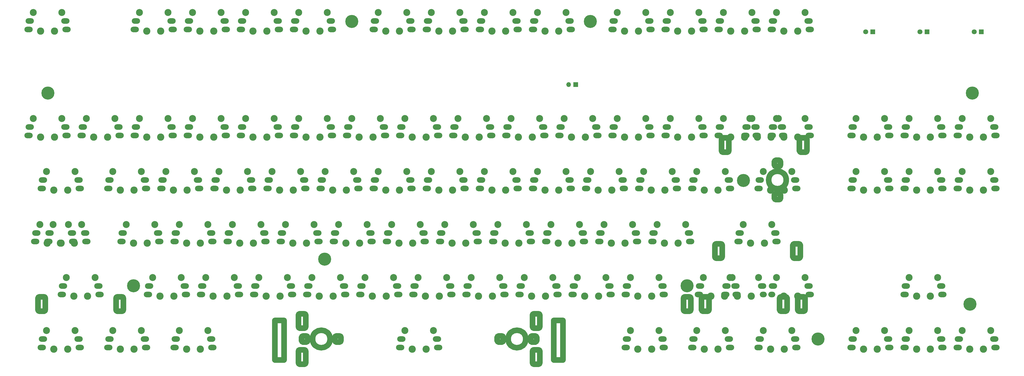
<source format=gbr>
%TF.GenerationSoftware,KiCad,Pcbnew,8.0.4*%
%TF.CreationDate,2024-08-25T19:59:21+07:00*%
%TF.ProjectId,NCR80 ALPS SKFL,4e435238-3020-4414-9c50-5320534b464c,rev?*%
%TF.SameCoordinates,Original*%
%TF.FileFunction,Soldermask,Top*%
%TF.FilePolarity,Negative*%
%FSLAX46Y46*%
G04 Gerber Fmt 4.6, Leading zero omitted, Abs format (unit mm)*
G04 Created by KiCad (PCBNEW 8.0.4) date 2024-08-25 19:59:21*
%MOMM*%
%LPD*%
G01*
G04 APERTURE LIST*
%ADD10C,2.000000*%
%ADD11O,3.000000X2.000000*%
%ADD12C,2.500000*%
%ADD13C,2.600000*%
%ADD14C,4.700000*%
%ADD15R,1.800000X1.800000*%
%ADD16C,1.800000*%
%ADD17O,2.500000X2.000000*%
%ADD18R,1.700000X1.700000*%
%ADD19O,1.700000X1.700000*%
G04 APERTURE END LIST*
D10*
X260678700Y-99125000D02*
X259008750Y-99125000D01*
X194075100Y-134450121D02*
X192875100Y-134450121D01*
X287008800Y-104335000D02*
X288678750Y-104335000D01*
X44121300Y-123385000D02*
G75*
G02*
X43621248Y-122877900I100J500200D01*
G01*
X111234900Y-137224705D02*
G75*
G02*
X111734895Y-137724700I0J-499995D01*
G01*
X282087500Y-70824800D02*
X282087500Y-69621059D01*
X45791200Y-118175000D02*
G75*
G02*
X46291251Y-118682171I-100J-500200D01*
G01*
X43621250Y-122877900D02*
X43621250Y-118675000D01*
X288678700Y-99125000D02*
G75*
G02*
X289178749Y-99618029I-100J-500200D01*
G01*
X286508750Y-99625000D02*
X286508750Y-103841900D01*
X279887084Y-81575000D02*
G75*
G02*
X280383100Y-81075000I500016J0D01*
G01*
X193065107Y-137724700D02*
G75*
G02*
X193565100Y-137224707I499993J0D01*
G01*
X247746250Y-118175000D02*
X249416200Y-118175000D01*
X123875100Y-132250121D02*
X122671359Y-132250121D01*
X100647997Y-140883521D02*
X100647997Y-126684221D01*
X195736607Y-128974200D02*
X195736607Y-124764205D01*
X122675100Y-134450121D02*
X123875100Y-134450121D01*
X289390000Y-66235000D02*
G75*
G02*
X288890000Y-65735000I0J500000D01*
G01*
X290416200Y-118175000D02*
G75*
G02*
X290916249Y-118668029I-100J-500200D01*
G01*
X18291250Y-118682171D02*
X18291250Y-122885030D01*
X122175107Y-132750100D02*
X122175107Y-133955296D01*
X15621250Y-122885000D02*
X15621250Y-118675000D01*
X255916100Y-118175000D02*
G75*
G02*
X256416249Y-118668029I0J-500200D01*
G01*
X260890000Y-61525000D02*
G75*
G02*
X261390000Y-61025000I500000J0D01*
G01*
X290916250Y-122885000D02*
G75*
G02*
X290416250Y-123385050I-500050J0D01*
G01*
X283916100Y-118175000D02*
G75*
G02*
X284416249Y-118668029I0J-500200D01*
G01*
X17791280Y-123385000D02*
X16121250Y-123385000D01*
X279887100Y-82775000D02*
X279887084Y-82775000D01*
X247246250Y-122877900D02*
X247246250Y-118675000D01*
X261390000Y-66235000D02*
G75*
G02*
X260890000Y-65735000I0J500000D01*
G01*
X195735107Y-141934700D02*
G75*
G02*
X195235100Y-142434707I-500007J0D01*
G01*
X256416250Y-122885000D02*
X256416250Y-118668029D01*
X192375107Y-133944904D02*
X192375107Y-132750100D01*
X180424893Y-132749700D02*
X180424893Y-133949700D01*
X289178750Y-103835000D02*
X289178750Y-99618029D01*
X263060000Y-61025000D02*
X261390000Y-61025000D01*
X122675100Y-134450121D02*
G75*
G02*
X122175106Y-133955296I0J500021D01*
G01*
X109568216Y-137224705D02*
X111234900Y-137224705D01*
X204049997Y-126684221D02*
X200749997Y-126684221D01*
X195735107Y-141934700D02*
X195735107Y-137724705D01*
X261390000Y-66235000D02*
X263060000Y-66235000D01*
X279887500Y-69624800D02*
X279887500Y-70824786D01*
X111734893Y-141934700D02*
G75*
G02*
X111234893Y-142434693I-499993J0D01*
G01*
X109564900Y-129474705D02*
X111234893Y-129474705D01*
X260678700Y-99125000D02*
G75*
G02*
X261178749Y-99618029I-100J-500200D01*
G01*
X109064893Y-124764700D02*
G75*
G02*
X109561436Y-124264705I500007J0D01*
G01*
X195235100Y-137224705D02*
X193565100Y-137224705D01*
X100647997Y-126684221D02*
X103947997Y-126684221D01*
X124375107Y-133950100D02*
G75*
G02*
X123875100Y-134450107I-500007J0D01*
G01*
X286508750Y-99625000D02*
G75*
G02*
X287008750Y-99124950I500050J0D01*
G01*
X109064893Y-137724700D02*
G75*
G02*
X109568216Y-137224704I500007J0D01*
G01*
X253746250Y-118675000D02*
G75*
G02*
X254246250Y-118174950I500050J0D01*
G01*
X182124900Y-132249705D02*
X180921436Y-132249705D01*
X254246300Y-123385000D02*
X255916250Y-123385000D01*
X182124900Y-132249705D02*
G75*
G02*
X182624895Y-132749700I0J-499995D01*
G01*
X193065107Y-137724700D02*
X193065107Y-141938016D01*
X112424893Y-133949700D02*
X112424893Y-132749700D01*
X193565100Y-142434705D02*
G75*
G02*
X193065106Y-141938016I0J500005D01*
G01*
X282087500Y-70824800D02*
G75*
G02*
X281591105Y-71324787I-500000J0D01*
G01*
X247746300Y-123385000D02*
G75*
G02*
X247246248Y-122877900I100J500200D01*
G01*
X182624893Y-133949700D02*
X182624893Y-132749700D01*
X111234893Y-142434705D02*
X109564900Y-142434705D01*
X111234900Y-124264705D02*
X109561436Y-124264705D01*
X280387100Y-83275000D02*
G75*
G02*
X279887100Y-82775000I0J500000D01*
G01*
X263060000Y-61025000D02*
G75*
G02*
X263560000Y-61525000I0J-500000D01*
G01*
X123875100Y-134450107D02*
X123875100Y-134450121D01*
X43621250Y-118675000D02*
G75*
G02*
X44121250Y-118174950I500050J0D01*
G01*
X256416250Y-122885000D02*
G75*
G02*
X255916250Y-123385050I-500050J0D01*
G01*
X288890000Y-61525000D02*
G75*
G02*
X289390000Y-61025000I500000J0D01*
G01*
X17791100Y-118175000D02*
G75*
G02*
X18291251Y-118682171I0J-500200D01*
G01*
X111734893Y-128974700D02*
X111734893Y-124764700D01*
X195236600Y-124264205D02*
G75*
G02*
X195736595Y-124764205I0J-499995D01*
G01*
X281587500Y-69124786D02*
G75*
G02*
X282087500Y-69621059I0J-500014D01*
G01*
X288246250Y-118675000D02*
G75*
G02*
X288746250Y-118174950I500050J0D01*
G01*
X283916100Y-118175000D02*
X282246250Y-118175000D01*
X282246400Y-123385000D02*
X283916250Y-123385000D01*
X195235100Y-137224705D02*
G75*
G02*
X195735095Y-137724705I0J-499995D01*
G01*
X200749997Y-140883521D02*
X204049997Y-140883521D01*
X193066607Y-124764200D02*
X193066607Y-128977516D01*
X46291250Y-122885000D02*
G75*
G02*
X45791250Y-123385050I-500050J0D01*
G01*
X288890000Y-65735000D02*
X288890000Y-61525000D01*
X194575107Y-133950100D02*
G75*
G02*
X194075100Y-134450107I-500007J0D01*
G01*
X120450107Y-133350121D02*
G75*
G02*
X114150107Y-133350121I-3150000J0D01*
G01*
X114150107Y-133350121D02*
G75*
G02*
X120450107Y-133350121I3150000J0D01*
G01*
X204049997Y-140883521D02*
X204049997Y-126684221D01*
X195736607Y-128974200D02*
G75*
G02*
X195236600Y-129474207I-500007J0D01*
G01*
X193066607Y-124764200D02*
G75*
G02*
X193566600Y-124264207I499993J0D01*
G01*
X247246250Y-118675000D02*
G75*
G02*
X247746250Y-118174950I500050J0D01*
G01*
X18291250Y-122885030D02*
G75*
G02*
X17791280Y-123384950I-499950J30D01*
G01*
X281587100Y-81075000D02*
X280383100Y-81075000D01*
X282087084Y-82775000D02*
G75*
G02*
X281587084Y-83274984I-499984J0D01*
G01*
X280387500Y-71324786D02*
X281591105Y-71324786D01*
X261178750Y-103835000D02*
X261178750Y-99618029D01*
X192878841Y-132250121D02*
X194075100Y-132250121D01*
X192875100Y-134450121D02*
G75*
G02*
X192375106Y-133944904I0J500021D01*
G01*
X123875100Y-132250121D02*
G75*
G02*
X124375079Y-132750121I0J-499979D01*
G01*
X259008800Y-104335000D02*
X260678750Y-104335000D01*
X249416250Y-123385000D02*
X247746300Y-123385000D01*
X280387100Y-83275000D02*
X281587084Y-83275000D01*
X180924900Y-134449705D02*
X182124893Y-134449705D01*
X249416200Y-118175000D02*
G75*
G02*
X249916251Y-118682171I-100J-500200D01*
G01*
X280387500Y-69124800D02*
X280387500Y-69124786D01*
X288746300Y-123385000D02*
G75*
G02*
X288246250Y-122891900I100J500200D01*
G01*
X289178750Y-103835000D02*
G75*
G02*
X288678750Y-104335050I-500050J0D01*
G01*
X192375107Y-132750100D02*
G75*
G02*
X192878841Y-132250121I499993J0D01*
G01*
X103947997Y-126684221D02*
X103947997Y-140883521D01*
X280387500Y-71324786D02*
G75*
G02*
X279887514Y-70824786I0J499986D01*
G01*
X284416250Y-122885000D02*
X284416250Y-118668029D01*
X193566600Y-129474205D02*
X195236600Y-129474205D01*
X282246400Y-123385000D02*
G75*
G02*
X281746250Y-122891900I0J500200D01*
G01*
X16121250Y-118175000D02*
X17791100Y-118175000D01*
X44121250Y-118175000D02*
X45791200Y-118175000D01*
X110724900Y-134449705D02*
X111924893Y-134449705D01*
X260890000Y-61525000D02*
X260890000Y-65735000D01*
X281746250Y-118675000D02*
X281746250Y-122891900D01*
X284416250Y-122885000D02*
G75*
G02*
X283916250Y-123385050I-500050J0D01*
G01*
X249916250Y-122885000D02*
G75*
G02*
X249416250Y-123385050I-500050J0D01*
G01*
X287008800Y-104335000D02*
G75*
G02*
X286508750Y-103841900I100J500200D01*
G01*
X111734893Y-128974700D02*
G75*
G02*
X111234893Y-129474693I-499993J0D01*
G01*
X109564900Y-142434705D02*
G75*
G02*
X109064895Y-141934700I0J500005D01*
G01*
X253746250Y-118675000D02*
X253746250Y-122891900D01*
X109064893Y-141934700D02*
X109064893Y-137724700D01*
X111234900Y-124264705D02*
G75*
G02*
X111734895Y-124764700I0J-499995D01*
G01*
X249916250Y-118682171D02*
X249916250Y-122885000D01*
X109564900Y-129474705D02*
G75*
G02*
X109064895Y-128974700I0J500005D01*
G01*
X288246250Y-118675000D02*
X288246250Y-122891900D01*
X180924900Y-134449705D02*
G75*
G02*
X180424895Y-133949700I0J500005D01*
G01*
X45791250Y-123385000D02*
X44121300Y-123385000D01*
X182624893Y-133949700D02*
G75*
G02*
X182124893Y-134449693I-499993J0D01*
G01*
X193566600Y-129474205D02*
G75*
G02*
X193066606Y-128977516I0J500005D01*
G01*
X282087084Y-82775000D02*
X282087084Y-81571001D01*
X46291250Y-118682171D02*
X46291250Y-122885000D01*
X190649893Y-133350121D02*
G75*
G02*
X184349893Y-133350121I-3150000J0D01*
G01*
X184349893Y-133350121D02*
G75*
G02*
X190649893Y-133350121I3150000J0D01*
G01*
X110224893Y-132749700D02*
G75*
G02*
X110721436Y-132249705I500007J0D01*
G01*
X290416200Y-118175000D02*
X288746250Y-118175000D01*
X291560000Y-61525000D02*
X291560000Y-65735000D01*
X103947997Y-140883521D02*
X100647997Y-140883521D01*
X109064893Y-124764700D02*
X109064893Y-128974700D01*
X200749997Y-126684221D02*
X200749997Y-140883521D01*
X111924900Y-132249705D02*
X110721436Y-132249705D01*
X291560000Y-65735000D02*
G75*
G02*
X291060000Y-66235000I-500000J0D01*
G01*
X254246300Y-123385000D02*
G75*
G02*
X253746250Y-122891900I100J500200D01*
G01*
X279887084Y-81575000D02*
X279887084Y-82775000D01*
X281587100Y-81075000D02*
G75*
G02*
X282087084Y-81571001I0J-500000D01*
G01*
X284137500Y-76200000D02*
G75*
G02*
X277837500Y-76200000I-3150000J0D01*
G01*
X277837500Y-76200000D02*
G75*
G02*
X284137500Y-76200000I3150000J0D01*
G01*
X263560000Y-65735000D02*
X263560000Y-61525000D01*
X180424893Y-132749700D02*
G75*
G02*
X180921436Y-132249705I500007J0D01*
G01*
X281746250Y-118675000D02*
G75*
G02*
X282246250Y-118174950I500050J0D01*
G01*
X122175107Y-132750100D02*
G75*
G02*
X122671359Y-132250121I499993J0D01*
G01*
X112424893Y-133949700D02*
G75*
G02*
X111924893Y-134449693I-499993J0D01*
G01*
X124375107Y-133950100D02*
X124375107Y-132750121D01*
X194075100Y-134450107D02*
X194075100Y-134450121D01*
X259008800Y-104335000D02*
G75*
G02*
X258508750Y-103841900I100J500200D01*
G01*
X279887500Y-69624800D02*
G75*
G02*
X280387500Y-69124800I500000J0D01*
G01*
X15621250Y-118675000D02*
G75*
G02*
X16121250Y-118174950I500050J0D01*
G01*
X263560000Y-65735000D02*
G75*
G02*
X263060000Y-66235000I-500000J0D01*
G01*
X110224893Y-132749700D02*
X110224893Y-133949700D01*
X258508750Y-99625000D02*
X258508750Y-103841900D01*
X195236600Y-124264205D02*
X193566600Y-124264205D01*
X289390000Y-61025000D02*
X291060000Y-61025000D01*
X291060000Y-66235000D02*
X289390000Y-66235000D01*
X281587500Y-69124786D02*
X280387500Y-69124786D01*
X258508750Y-99625000D02*
G75*
G02*
X259008750Y-99124950I500050J0D01*
G01*
X261178750Y-103835000D02*
G75*
G02*
X260678750Y-104335050I-500050J0D01*
G01*
X16121250Y-123385000D02*
G75*
G02*
X15621300Y-122885000I50J500000D01*
G01*
X193565100Y-142434705D02*
X195235100Y-142434705D01*
X255916100Y-118175000D02*
X254246250Y-118175000D01*
X111924900Y-132249705D02*
G75*
G02*
X112424895Y-132749700I0J-499995D01*
G01*
X288746300Y-123385000D02*
X290416250Y-123385000D01*
X288678700Y-99125000D02*
X287008750Y-99125000D01*
X111734893Y-137724700D02*
X111734893Y-141934700D01*
X194575107Y-132750121D02*
X194575107Y-133950100D01*
X291060000Y-61025000D02*
G75*
G02*
X291560000Y-61525000I0J-500000D01*
G01*
X290916250Y-122885000D02*
X290916250Y-118668029D01*
X194075100Y-132250121D02*
G75*
G02*
X194575079Y-132750121I0J-499979D01*
G01*
X110724900Y-134449705D02*
G75*
G02*
X110224895Y-133949700I0J500005D01*
G01*
D11*
%TO.C,MX47*%
X307945000Y-76200000D03*
D12*
X309200000Y-73150000D03*
X319450000Y-73150000D03*
D11*
X320705000Y-76200000D03*
X307525000Y-79250000D03*
D13*
X311845000Y-79850000D03*
X316805000Y-79850000D03*
D11*
X321125000Y-79250000D03*
%TD*%
%TO.C,MX56*%
X141257500Y-95250000D03*
D12*
X142512500Y-92200000D03*
X152762500Y-92200000D03*
D11*
X154017500Y-95250000D03*
X140837500Y-98300000D03*
D13*
X145157500Y-98900000D03*
X150117500Y-98900000D03*
D11*
X154437500Y-98300000D03*
%TD*%
%TO.C,MX82*%
X17432500Y-133350000D03*
D12*
X18687500Y-130300000D03*
X28937500Y-130300000D03*
D11*
X30192500Y-133350000D03*
X17012500Y-136400000D03*
D13*
X21332500Y-137000000D03*
X26292500Y-137000000D03*
D11*
X30612500Y-136400000D03*
%TD*%
D14*
%TO.C,REF\u002A\u002A*%
X295549000Y-133367496D03*
%TD*%
D11*
%TO.C,MX30*%
X346045000Y-57150000D03*
D12*
X347300000Y-54100000D03*
X357550000Y-54100000D03*
D11*
X358805000Y-57150000D03*
X345625000Y-60200000D03*
D13*
X349945000Y-60800000D03*
X354905000Y-60800000D03*
D11*
X359225000Y-60200000D03*
%TD*%
%TO.C,MX42*%
X193645000Y-76200000D03*
D12*
X194900000Y-73150000D03*
X205150000Y-73150000D03*
D11*
X206405000Y-76200000D03*
X193225000Y-79250000D03*
D13*
X197545000Y-79850000D03*
X202505000Y-79850000D03*
D11*
X206825000Y-79250000D03*
%TD*%
%TO.C,MX31*%
X269845000Y-57150000D03*
D12*
X271100000Y-54100000D03*
X281350000Y-54100000D03*
D11*
X282605000Y-57150000D03*
X269425000Y-60200000D03*
D13*
X273745000Y-60800000D03*
X278705000Y-60800000D03*
D11*
X283025000Y-60200000D03*
%TD*%
%TO.C,MX90*%
X250795000Y-133350000D03*
D12*
X252050000Y-130300000D03*
X262300000Y-130300000D03*
D11*
X263555000Y-133350000D03*
X250375000Y-136400000D03*
D13*
X254695000Y-137000000D03*
X259655000Y-137000000D03*
D11*
X263975000Y-136400000D03*
%TD*%
D15*
%TO.C,D71*%
X334643001Y-22915552D03*
D16*
X332103001Y-22915552D03*
%TD*%
D11*
%TO.C,MX34*%
X41245000Y-76200000D03*
D12*
X42500000Y-73150000D03*
X52750000Y-73150000D03*
D11*
X54005000Y-76200000D03*
X40825000Y-79250000D03*
D13*
X45145000Y-79850000D03*
X50105000Y-79850000D03*
D11*
X54425000Y-79250000D03*
%TD*%
%TO.C,MX79*%
X253176250Y-114300000D03*
D12*
X254431250Y-111250000D03*
X264681250Y-111250000D03*
D11*
X265936250Y-114300000D03*
X252756250Y-117350000D03*
D13*
X257076250Y-117950000D03*
X262036250Y-117950000D03*
D11*
X266356250Y-117350000D03*
%TD*%
D14*
%TO.C,REF\u002A\u002A*%
X49899001Y-114217493D03*
%TD*%
D11*
%TO.C,MX9*%
X193645000Y-19050000D03*
D12*
X194900000Y-16000000D03*
X205150000Y-16000000D03*
D11*
X206405000Y-19050000D03*
X193225000Y-22100000D03*
D13*
X197545000Y-22700000D03*
X202505000Y-22700000D03*
D11*
X206825000Y-22100000D03*
%TD*%
%TO.C,MX39*%
X136495000Y-76200000D03*
D12*
X137750000Y-73150000D03*
X148000000Y-73150000D03*
D11*
X149255000Y-76200000D03*
X136075000Y-79250000D03*
D13*
X140395000Y-79850000D03*
X145355000Y-79850000D03*
D11*
X149675000Y-79250000D03*
%TD*%
%TO.C,MX28*%
X307945000Y-57150000D03*
D12*
X309200000Y-54100000D03*
X319450000Y-54100000D03*
D11*
X320705000Y-57150000D03*
X307525000Y-60200000D03*
D13*
X311845000Y-60800000D03*
X316805000Y-60800000D03*
D11*
X321125000Y-60200000D03*
%TD*%
%TO.C,MX43*%
X212695000Y-76200000D03*
D12*
X213950000Y-73150000D03*
X224200000Y-73150000D03*
D11*
X225455000Y-76200000D03*
X212275000Y-79250000D03*
D13*
X216595000Y-79850000D03*
X221555000Y-79850000D03*
D11*
X225875000Y-79250000D03*
%TD*%
%TO.C,MX57*%
X160307500Y-95250000D03*
D12*
X161562500Y-92200000D03*
X171812500Y-92200000D03*
D11*
X173067500Y-95250000D03*
X159887500Y-98300000D03*
D13*
X164207500Y-98900000D03*
X169167500Y-98900000D03*
D11*
X173487500Y-98300000D03*
%TD*%
%TO.C,MX36*%
X79345000Y-76200000D03*
D12*
X80600000Y-73150000D03*
X90850000Y-73150000D03*
D11*
X92105000Y-76200000D03*
X78925000Y-79250000D03*
D13*
X83245000Y-79850000D03*
X88205000Y-79850000D03*
D11*
X92525000Y-79250000D03*
%TD*%
%TO.C,MX55*%
X122207500Y-95250000D03*
D12*
X123462500Y-92200000D03*
X133712500Y-92200000D03*
D11*
X134967500Y-95250000D03*
X121787500Y-98300000D03*
D13*
X126107500Y-98900000D03*
X131067500Y-98900000D03*
D11*
X135387500Y-98300000D03*
%TD*%
%TO.C,MX20*%
X107920000Y-57150000D03*
D12*
X109175000Y-54100000D03*
X119425000Y-54100000D03*
D11*
X120680000Y-57150000D03*
X107500000Y-60200000D03*
D13*
X111820000Y-60800000D03*
X116780000Y-60800000D03*
D11*
X121100000Y-60200000D03*
%TD*%
%TO.C,MX53*%
X84107500Y-95250000D03*
D12*
X85362500Y-92200000D03*
X95612500Y-92200000D03*
D11*
X96867500Y-95250000D03*
X83687500Y-98300000D03*
D13*
X88007500Y-98900000D03*
X92967500Y-98900000D03*
D11*
X97287500Y-98300000D03*
%TD*%
%TO.C,MX77*%
X226982500Y-114300000D03*
D12*
X228237500Y-111250000D03*
X238487500Y-111250000D03*
D11*
X239742500Y-114300000D03*
X226562500Y-117350000D03*
D13*
X230882500Y-117950000D03*
X235842500Y-117950000D03*
D11*
X240162500Y-117350000D03*
%TD*%
%TO.C,MX4*%
X88870000Y-19050000D03*
D12*
X90125000Y-16000000D03*
X100375000Y-16000000D03*
D11*
X101630000Y-19050000D03*
X88450000Y-22100000D03*
D13*
X92770000Y-22700000D03*
X97730000Y-22700000D03*
D11*
X102050000Y-22100000D03*
%TD*%
%TO.C,MX48*%
X326995000Y-76200000D03*
D12*
X328250000Y-73150000D03*
X338500000Y-73150000D03*
D11*
X339755000Y-76200000D03*
X326575000Y-79250000D03*
D13*
X330895000Y-79850000D03*
X335855000Y-79850000D03*
D11*
X340175000Y-79250000D03*
%TD*%
%TO.C,MX23*%
X165070000Y-57150000D03*
D12*
X166325000Y-54100000D03*
X176575000Y-54100000D03*
D11*
X177830000Y-57150000D03*
X164650000Y-60200000D03*
D13*
X168970000Y-60800000D03*
X173930000Y-60800000D03*
D11*
X178250000Y-60200000D03*
%TD*%
%TO.C,MX38*%
X117445000Y-76200000D03*
D12*
X118700000Y-73150000D03*
X128950000Y-73150000D03*
D11*
X130205000Y-76200000D03*
X117025000Y-79250000D03*
D13*
X121345000Y-79850000D03*
X126305000Y-79850000D03*
D11*
X130625000Y-79250000D03*
%TD*%
%TO.C,MX75*%
X188882500Y-114300000D03*
D12*
X190137500Y-111250000D03*
X200387500Y-111250000D03*
D11*
X201642500Y-114300000D03*
X188462500Y-117350000D03*
D13*
X192782500Y-117950000D03*
X197742500Y-117950000D03*
D11*
X202062500Y-117350000D03*
%TD*%
%TO.C,MX35*%
X60295000Y-76200000D03*
D12*
X61550000Y-73150000D03*
X71800000Y-73150000D03*
D11*
X73055000Y-76200000D03*
X59875000Y-79250000D03*
D13*
X64195000Y-79850000D03*
X69155000Y-79850000D03*
D11*
X73475000Y-79250000D03*
%TD*%
%TO.C,MX54*%
X103157500Y-95250000D03*
D12*
X104412500Y-92200000D03*
X114662500Y-92200000D03*
D11*
X115917500Y-95250000D03*
X102737500Y-98300000D03*
D13*
X107057500Y-98900000D03*
X112017500Y-98900000D03*
D11*
X116337500Y-98300000D03*
%TD*%
%TO.C,MX91*%
X274607500Y-133350000D03*
D12*
X275862500Y-130300000D03*
X286112500Y-130300000D03*
D11*
X287367500Y-133350000D03*
X274187500Y-136400000D03*
D13*
X278507500Y-137000000D03*
X283467500Y-137000000D03*
D11*
X287787500Y-136400000D03*
%TD*%
%TO.C,MX37*%
X98395000Y-76200000D03*
D12*
X99650000Y-73150000D03*
X109900000Y-73150000D03*
D11*
X111155000Y-76200000D03*
X97975000Y-79250000D03*
D13*
X102295000Y-79850000D03*
X107255000Y-79850000D03*
D11*
X111575000Y-79250000D03*
%TD*%
D14*
%TO.C,REF\u002A\u002A*%
X19224000Y-44992493D03*
%TD*%
D11*
%TO.C,MX99*%
X146020000Y-133350000D03*
D12*
X147275000Y-130300000D03*
X157525000Y-130300000D03*
D11*
X158780000Y-133350000D03*
X145600000Y-136400000D03*
D13*
X149920000Y-137000000D03*
X154880000Y-137000000D03*
D11*
X159200000Y-136400000D03*
%TD*%
%TO.C,MX1*%
X12670000Y-19050000D03*
D12*
X13925000Y-16000000D03*
X24175000Y-16000000D03*
D11*
X25430000Y-19050000D03*
X12250000Y-22100000D03*
D13*
X16570000Y-22700000D03*
X21530000Y-22700000D03*
D11*
X25850000Y-22100000D03*
%TD*%
%TO.C,MX83*%
X41245000Y-133350000D03*
D12*
X42500000Y-130300000D03*
X52750000Y-130300000D03*
D11*
X54005000Y-133350000D03*
X40825000Y-136400000D03*
D13*
X45145000Y-137000000D03*
X50105000Y-137000000D03*
D11*
X54425000Y-136400000D03*
%TD*%
%TO.C,MX14*%
X260320000Y-57150000D03*
D12*
X261575000Y-54100000D03*
X271825000Y-54100000D03*
D11*
X273080000Y-57150000D03*
X259900000Y-60200000D03*
D13*
X264220000Y-60800000D03*
X269180000Y-60800000D03*
D11*
X273500000Y-60200000D03*
%TD*%
%TO.C,MX52*%
X65057500Y-95250000D03*
D12*
X66312500Y-92200000D03*
X76562500Y-92200000D03*
D11*
X77817500Y-95250000D03*
X64637500Y-98300000D03*
D13*
X68957500Y-98900000D03*
X73917500Y-98900000D03*
D11*
X78237500Y-98300000D03*
%TD*%
%TO.C,MX29*%
X326995000Y-57150000D03*
D12*
X328250000Y-54100000D03*
X338500000Y-54100000D03*
D11*
X339755000Y-57150000D03*
X326575000Y-60200000D03*
D13*
X330895000Y-60800000D03*
X335855000Y-60800000D03*
D11*
X340175000Y-60200000D03*
%TD*%
%TO.C,MX15*%
X12670000Y-57150000D03*
D12*
X13925000Y-54100000D03*
X24175000Y-54100000D03*
D11*
X25430000Y-57150000D03*
X12250000Y-60200000D03*
D13*
X16570000Y-60800000D03*
X21530000Y-60800000D03*
D11*
X25850000Y-60200000D03*
%TD*%
%TO.C,MX40*%
X155545000Y-76200000D03*
D12*
X156800000Y-73150000D03*
X167050000Y-73150000D03*
D11*
X168305000Y-76200000D03*
X155125000Y-79250000D03*
D13*
X159445000Y-79850000D03*
X164405000Y-79850000D03*
D11*
X168725000Y-79250000D03*
%TD*%
%TO.C,MX50*%
X15051250Y-95250000D03*
D12*
X16306250Y-92200000D03*
X26556250Y-92200000D03*
D11*
X27811250Y-95250000D03*
D13*
X18951250Y-98900000D03*
D11*
X28231250Y-98300000D03*
X14631250Y-98300000D03*
D13*
X23911250Y-98900000D03*
%TD*%
D14*
%TO.C,REF\u002A\u002A*%
X350874000Y-44992493D03*
%TD*%
%TO.C,REF\u002A\u002A*%
X350049000Y-120791989D03*
%TD*%
D11*
%TO.C,MX6*%
X136495000Y-19050000D03*
D12*
X137750000Y-16000000D03*
X148000000Y-16000000D03*
D11*
X149255000Y-19050000D03*
X136075000Y-22100000D03*
D13*
X140395000Y-22700000D03*
X145355000Y-22700000D03*
D11*
X149675000Y-22100000D03*
%TD*%
D14*
%TO.C,REF\u002A\u002A*%
X248584714Y-114217493D03*
%TD*%
D11*
%TO.C,MX72*%
X131732500Y-114300000D03*
D12*
X132987500Y-111250000D03*
X143237500Y-111250000D03*
D11*
X144492500Y-114300000D03*
X131312500Y-117350000D03*
D13*
X135632500Y-117950000D03*
X140592500Y-117950000D03*
D11*
X144912500Y-117350000D03*
%TD*%
%TO.C,MX18*%
X69820000Y-57150000D03*
D12*
X71075000Y-54100000D03*
X81325000Y-54100000D03*
D11*
X82580000Y-57150000D03*
X69400000Y-60200000D03*
D13*
X73720000Y-60800000D03*
X78680000Y-60800000D03*
D11*
X83000000Y-60200000D03*
%TD*%
%TO.C,MX25*%
X203170000Y-57150000D03*
D12*
X204425000Y-54100000D03*
X214675000Y-54100000D03*
D11*
X215930000Y-57150000D03*
X202750000Y-60200000D03*
D13*
X207070000Y-60800000D03*
X212030000Y-60800000D03*
D11*
X216350000Y-60200000D03*
%TD*%
%TO.C,MX3*%
X69820000Y-19050000D03*
D12*
X71075000Y-16000000D03*
X81325000Y-16000000D03*
D11*
X82580000Y-19050000D03*
X69400000Y-22100000D03*
D13*
X73720000Y-22700000D03*
X78680000Y-22700000D03*
D11*
X83000000Y-22100000D03*
%TD*%
D14*
%TO.C,REF\u002A\u002A*%
X128268687Y-19193441D03*
%TD*%
D11*
%TO.C,MX71*%
X112682500Y-114300000D03*
D12*
X113937500Y-111250000D03*
X124187500Y-111250000D03*
D11*
X125442500Y-114300000D03*
X112262500Y-117350000D03*
D13*
X116582500Y-117950000D03*
X121542500Y-117950000D03*
D11*
X125862500Y-117350000D03*
%TD*%
%TO.C,MX61*%
X236507500Y-95250000D03*
D12*
X237762500Y-92200000D03*
X248012500Y-92200000D03*
D11*
X249267500Y-95250000D03*
X236087500Y-98300000D03*
D13*
X240407500Y-98900000D03*
X245367500Y-98900000D03*
D11*
X249687500Y-98300000D03*
%TD*%
%TO.C,MX7*%
X155545000Y-19050000D03*
D12*
X156800000Y-16000000D03*
X167050000Y-16000000D03*
D11*
X168305000Y-19050000D03*
X155125000Y-22100000D03*
D13*
X159445000Y-22700000D03*
X164405000Y-22700000D03*
D11*
X168725000Y-22100000D03*
%TD*%
%TO.C,MX10*%
X222220000Y-19050000D03*
D12*
X223475000Y-16000000D03*
X233725000Y-16000000D03*
D11*
X234980000Y-19050000D03*
X221800000Y-22100000D03*
D13*
X226120000Y-22700000D03*
X231080000Y-22700000D03*
D11*
X235400000Y-22100000D03*
%TD*%
D15*
%TO.C,D81*%
X354141001Y-22915552D03*
D16*
X351601001Y-22915552D03*
%TD*%
D11*
%TO.C,MX8*%
X174595000Y-19050000D03*
D12*
X175850000Y-16000000D03*
X186100000Y-16000000D03*
D11*
X187355000Y-19050000D03*
X174175000Y-22100000D03*
D13*
X178495000Y-22700000D03*
X183455000Y-22700000D03*
D11*
X187775000Y-22100000D03*
%TD*%
%TO.C,MX2*%
X50770000Y-19050000D03*
D12*
X52025000Y-16000000D03*
X62275000Y-16000000D03*
D11*
X63530000Y-19050000D03*
X50350000Y-22100000D03*
D13*
X54670000Y-22700000D03*
X59630000Y-22700000D03*
D11*
X63950000Y-22100000D03*
%TD*%
%TO.C,MX19*%
X88870000Y-57150000D03*
D12*
X90125000Y-54100000D03*
X100375000Y-54100000D03*
D11*
X101630000Y-57150000D03*
X88450000Y-60200000D03*
D13*
X92770000Y-60800000D03*
X97730000Y-60800000D03*
D11*
X102050000Y-60200000D03*
%TD*%
%TO.C,MX65*%
X24576250Y-114300000D03*
D12*
X25831250Y-111250000D03*
X36081250Y-111250000D03*
D11*
X37336250Y-114300000D03*
X24156250Y-117350000D03*
D13*
X28476250Y-117950000D03*
X33436250Y-117950000D03*
D11*
X37756250Y-117350000D03*
%TD*%
%TO.C,MX12*%
X260320000Y-19050000D03*
D12*
X261575000Y-16000000D03*
X271825000Y-16000000D03*
D11*
X273080000Y-19050000D03*
X259900000Y-22100000D03*
D13*
X264220000Y-22700000D03*
X269180000Y-22700000D03*
D11*
X273500000Y-22100000D03*
%TD*%
%TO.C,MX45*%
X250795000Y-76200000D03*
D12*
X252050000Y-73150000D03*
X262300000Y-73150000D03*
D11*
X263555000Y-76200000D03*
X250375000Y-79250000D03*
D13*
X254695000Y-79850000D03*
X259655000Y-79850000D03*
D11*
X263975000Y-79250000D03*
%TD*%
%TO.C,MX26*%
X222220000Y-57150000D03*
D12*
X223475000Y-54100000D03*
X233725000Y-54100000D03*
D11*
X234980000Y-57150000D03*
X221800000Y-60200000D03*
D13*
X226120000Y-60800000D03*
X231080000Y-60800000D03*
D11*
X235400000Y-60200000D03*
%TD*%
%TO.C,MX11*%
X241270000Y-19050000D03*
D12*
X242525000Y-16000000D03*
X252775000Y-16000000D03*
D11*
X254030000Y-19050000D03*
X240850000Y-22100000D03*
D13*
X245170000Y-22700000D03*
X250130000Y-22700000D03*
D11*
X254450000Y-22100000D03*
%TD*%
%TO.C,MX44*%
X231745000Y-76200000D03*
D12*
X233000000Y-73150000D03*
X243250000Y-73150000D03*
D11*
X244505000Y-76200000D03*
X231325000Y-79250000D03*
D13*
X235645000Y-79850000D03*
X240605000Y-79850000D03*
D11*
X244925000Y-79250000D03*
%TD*%
%TO.C,MX107*%
X346045000Y-133350000D03*
D12*
X347300000Y-130300000D03*
X357550000Y-130300000D03*
D11*
X358805000Y-133350000D03*
X345625000Y-136400000D03*
D13*
X349945000Y-137000000D03*
X354905000Y-137000000D03*
D11*
X359225000Y-136400000D03*
%TD*%
%TO.C,MX62*%
X267463750Y-95250000D03*
D12*
X268718750Y-92200000D03*
X278968750Y-92200000D03*
D11*
X280223750Y-95250000D03*
X267043750Y-98300000D03*
D13*
X271363750Y-98900000D03*
X276323750Y-98900000D03*
D11*
X280643750Y-98300000D03*
%TD*%
%TO.C,MX24*%
X184120000Y-57150000D03*
D12*
X185375000Y-54100000D03*
X195625000Y-54100000D03*
D11*
X196880000Y-57150000D03*
X183700000Y-60200000D03*
D13*
X188020000Y-60800000D03*
X192980000Y-60800000D03*
D11*
X197300000Y-60200000D03*
%TD*%
%TO.C,MX76*%
X207932500Y-114300000D03*
D12*
X209187500Y-111250000D03*
X219437500Y-111250000D03*
D11*
X220692500Y-114300000D03*
X207512500Y-117350000D03*
D13*
X211832500Y-117950000D03*
X216792500Y-117950000D03*
D11*
X221112500Y-117350000D03*
%TD*%
%TO.C,MX17*%
X50770000Y-57150000D03*
D12*
X52025000Y-54100000D03*
X62275000Y-54100000D03*
D11*
X63530000Y-57150000D03*
X50350000Y-60200000D03*
D13*
X54670000Y-60800000D03*
X59630000Y-60800000D03*
D11*
X63950000Y-60200000D03*
%TD*%
%TO.C,MX49*%
X346045000Y-76200000D03*
D12*
X347300000Y-73150000D03*
X357550000Y-73150000D03*
D11*
X358805000Y-76200000D03*
X345625000Y-79250000D03*
D13*
X349945000Y-79850000D03*
X354905000Y-79850000D03*
D11*
X359225000Y-79250000D03*
%TD*%
%TO.C,MX59*%
X198407500Y-95250000D03*
D12*
X199662500Y-92200000D03*
X209912500Y-92200000D03*
D11*
X211167500Y-95250000D03*
X197987500Y-98300000D03*
D13*
X202307500Y-98900000D03*
X207267500Y-98900000D03*
D11*
X211587500Y-98300000D03*
%TD*%
D14*
%TO.C,REF\u002A\u002A*%
X268823999Y-76417495D03*
%TD*%
D15*
%TO.C,D55*%
X315152001Y-22915552D03*
D16*
X312612001Y-22915552D03*
%TD*%
D14*
%TO.C,REF\u002A\u002A*%
X213818686Y-19268440D03*
%TD*%
D11*
%TO.C,MX81*%
X326995000Y-114300000D03*
D12*
X328250000Y-111250000D03*
X338500000Y-111250000D03*
D11*
X339755000Y-114300000D03*
X326575000Y-117350000D03*
D13*
X330895000Y-117950000D03*
X335855000Y-117950000D03*
D11*
X340175000Y-117350000D03*
%TD*%
%TO.C,MX21*%
X126970000Y-57150000D03*
D12*
X128225000Y-54100000D03*
X138475000Y-54100000D03*
D11*
X139730000Y-57150000D03*
X126550000Y-60200000D03*
D13*
X130870000Y-60800000D03*
X135830000Y-60800000D03*
D11*
X140150000Y-60200000D03*
%TD*%
%TO.C,MX74*%
X169832500Y-114300000D03*
D12*
X171087500Y-111250000D03*
X181337500Y-111250000D03*
D11*
X182592500Y-114300000D03*
X169412500Y-117350000D03*
D13*
X173732500Y-117950000D03*
X178692500Y-117950000D03*
D11*
X183012500Y-117350000D03*
%TD*%
%TO.C,MX13*%
X279370000Y-19050000D03*
D12*
X280625000Y-16000000D03*
X290875000Y-16000000D03*
D11*
X292130000Y-19050000D03*
X278950000Y-22100000D03*
D13*
X283270000Y-22700000D03*
X288230000Y-22700000D03*
D11*
X292550000Y-22100000D03*
%TD*%
%TO.C,MX78*%
X262701250Y-114300000D03*
D12*
X263956250Y-111250000D03*
X274206250Y-111250000D03*
D11*
X275461250Y-114300000D03*
X262281250Y-117350000D03*
D13*
X266601250Y-117950000D03*
X271561250Y-117950000D03*
D17*
X275881250Y-117350000D03*
%TD*%
D11*
%TO.C,MX51*%
X46007500Y-95250000D03*
D12*
X47262500Y-92200000D03*
X57512500Y-92200000D03*
D11*
X58767500Y-95250000D03*
X45587500Y-98300000D03*
D13*
X49907500Y-98900000D03*
X54867500Y-98900000D03*
D11*
X59187500Y-98300000D03*
%TD*%
%TO.C,MX105*%
X307945000Y-133350000D03*
D12*
X309200000Y-130300000D03*
X319450000Y-130300000D03*
D11*
X320705000Y-133350000D03*
X307525000Y-136400000D03*
D13*
X311845000Y-137000000D03*
X316805000Y-137000000D03*
D11*
X321125000Y-136400000D03*
%TD*%
%TO.C,MX69*%
X74582500Y-114300000D03*
D12*
X75837500Y-111250000D03*
X86087500Y-111250000D03*
D11*
X87342500Y-114300000D03*
X74162500Y-117350000D03*
D13*
X78482500Y-117950000D03*
X83442500Y-117950000D03*
D11*
X87762500Y-117350000D03*
%TD*%
D14*
%TO.C,REF\u002A\u002A*%
X118499001Y-104617495D03*
%TD*%
D11*
%TO.C,MX84*%
X65057500Y-133350000D03*
D12*
X66312500Y-130300000D03*
X76562500Y-130300000D03*
D11*
X77817500Y-133350000D03*
X64637500Y-136400000D03*
D13*
X68957500Y-137000000D03*
X73917500Y-137000000D03*
D11*
X78237500Y-136400000D03*
%TD*%
%TO.C,MX58*%
X179357500Y-95250000D03*
D12*
X180612500Y-92200000D03*
X190862500Y-92200000D03*
D11*
X192117500Y-95250000D03*
X178937500Y-98300000D03*
D13*
X183257500Y-98900000D03*
X188217500Y-98900000D03*
D11*
X192537500Y-98300000D03*
%TD*%
%TO.C,MX22*%
X146020000Y-57150000D03*
D12*
X147275000Y-54100000D03*
X157525000Y-54100000D03*
D11*
X158780000Y-57150000D03*
X145600000Y-60200000D03*
D13*
X149920000Y-60800000D03*
X154880000Y-60800000D03*
D11*
X159200000Y-60200000D03*
%TD*%
%TO.C,MX32*%
X279370000Y-57150000D03*
D12*
X280625000Y-54100000D03*
X290875000Y-54100000D03*
D11*
X292130000Y-57150000D03*
X278950000Y-60200000D03*
D13*
X283270000Y-60800000D03*
X288230000Y-60800000D03*
D11*
X292550000Y-60200000D03*
%TD*%
%TO.C,MX60*%
X217457500Y-95250000D03*
D12*
X218712500Y-92200000D03*
X228962500Y-92200000D03*
D11*
X230217500Y-95250000D03*
X217037500Y-98300000D03*
D13*
X221357500Y-98900000D03*
X226317500Y-98900000D03*
D11*
X230637500Y-98300000D03*
%TD*%
%TO.C,MX27*%
X241270000Y-57150000D03*
D12*
X242525000Y-54100000D03*
X252775000Y-54100000D03*
D11*
X254030000Y-57150000D03*
X240850000Y-60200000D03*
D13*
X245170000Y-60800000D03*
X250130000Y-60800000D03*
D11*
X254450000Y-60200000D03*
%TD*%
%TO.C,MX33*%
X17432500Y-76200000D03*
D12*
X18687500Y-73150000D03*
X28937500Y-73150000D03*
D11*
X30192500Y-76200000D03*
X17012500Y-79250000D03*
D13*
X21332500Y-79850000D03*
X26292500Y-79850000D03*
D11*
X30612500Y-79250000D03*
%TD*%
%TO.C,MX68*%
X55532500Y-114300000D03*
D12*
X56787500Y-111250000D03*
X67037500Y-111250000D03*
D11*
X68292500Y-114300000D03*
X55112500Y-117350000D03*
D13*
X59432500Y-117950000D03*
X64392500Y-117950000D03*
D11*
X68712500Y-117350000D03*
%TD*%
%TO.C,MX80*%
X279370000Y-114300000D03*
D12*
X280625000Y-111250000D03*
X290875000Y-111250000D03*
D11*
X292130000Y-114300000D03*
D17*
X278950000Y-117350000D03*
D13*
X283270000Y-117950000D03*
X288230000Y-117950000D03*
D11*
X292550000Y-117350000D03*
%TD*%
%TO.C,MX70*%
X93632500Y-114300000D03*
D12*
X94887500Y-111250000D03*
X105137500Y-111250000D03*
D11*
X106392500Y-114300000D03*
X93212500Y-117350000D03*
D13*
X97532500Y-117950000D03*
X102492500Y-117950000D03*
D11*
X106812500Y-117350000D03*
%TD*%
%TO.C,MX46*%
X274607500Y-76200000D03*
D12*
X275862500Y-73150000D03*
X286112500Y-73150000D03*
D11*
X287367500Y-76200000D03*
X274187500Y-79250000D03*
D13*
X278507500Y-79850000D03*
X283467500Y-79850000D03*
D11*
X287787500Y-79250000D03*
%TD*%
%TO.C,MX89*%
X226982500Y-133350000D03*
D12*
X228237500Y-130300000D03*
X238487500Y-130300000D03*
D11*
X239742500Y-133350000D03*
X226562500Y-136400000D03*
D13*
X230882500Y-137000000D03*
X235842500Y-137000000D03*
D11*
X240162500Y-136400000D03*
%TD*%
%TO.C,MX41*%
X174595000Y-76200000D03*
D12*
X175850000Y-73150000D03*
X186100000Y-73150000D03*
D11*
X187355000Y-76200000D03*
X174175000Y-79250000D03*
D13*
X178495000Y-79850000D03*
X183455000Y-79850000D03*
D11*
X187775000Y-79250000D03*
%TD*%
%TO.C,MX63*%
X19813750Y-95250000D03*
D12*
X21068750Y-92200000D03*
X31318750Y-92200000D03*
D11*
X32573750Y-95250000D03*
X19393750Y-98300000D03*
D13*
X28673750Y-98900000D03*
X23713750Y-98900000D03*
D11*
X32993750Y-98300000D03*
%TD*%
%TO.C,MX16*%
X31720000Y-57150000D03*
D12*
X32975000Y-54100000D03*
X43225000Y-54100000D03*
D11*
X44480000Y-57150000D03*
X31300000Y-60200000D03*
D13*
X35620000Y-60800000D03*
X40580000Y-60800000D03*
D11*
X44900000Y-60200000D03*
%TD*%
%TO.C,MX5*%
X107920000Y-19050000D03*
D12*
X109175000Y-16000000D03*
X119425000Y-16000000D03*
D11*
X120680000Y-19050000D03*
X107500000Y-22100000D03*
D13*
X111820000Y-22700000D03*
X116780000Y-22700000D03*
D11*
X121100000Y-22100000D03*
%TD*%
%TO.C,MX73*%
X150782500Y-114300000D03*
D12*
X152037500Y-111250000D03*
X162287500Y-111250000D03*
D11*
X163542500Y-114300000D03*
X150362500Y-117350000D03*
D13*
X154682500Y-117950000D03*
X159642500Y-117950000D03*
D11*
X163962500Y-117350000D03*
%TD*%
%TO.C,MX106*%
X326995000Y-133350000D03*
D12*
X328250000Y-130300000D03*
X338500000Y-130300000D03*
D11*
X339755000Y-133350000D03*
X326575000Y-136400000D03*
D13*
X330895000Y-137000000D03*
X335855000Y-137000000D03*
D11*
X340175000Y-136400000D03*
%TD*%
D18*
%TO.C,SW1*%
X208550000Y-41906250D03*
D19*
X206010000Y-41906250D03*
%TD*%
M02*

</source>
